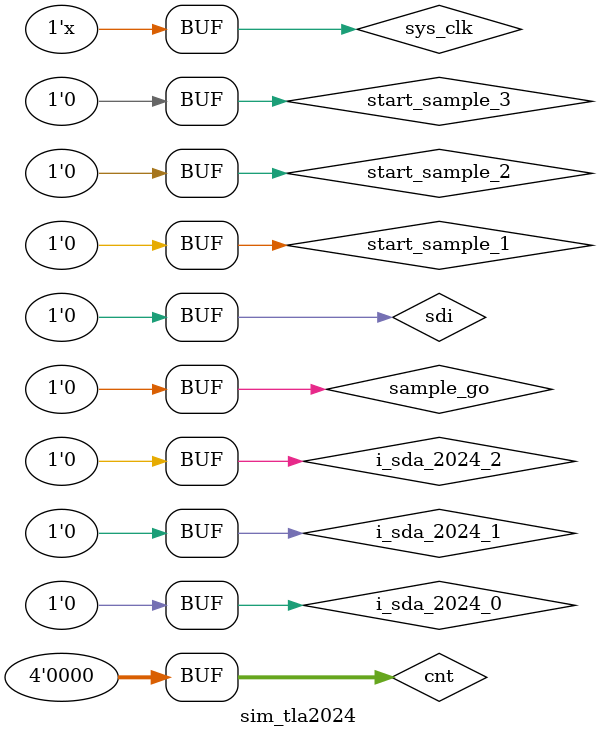
<source format=v>
`timescale 1ns / 1ps


module sim_tla2024(

    );

wire sdi;
assign sdi = 1'b0;
reg sample_go = 1'b0;
reg sys_clk = 1'b0;
always #5 sys_clk <= ~sys_clk;
initial begin
    #200 sample_go = 1'b1;
    #30 sample_go = 1'b0;

end


reg     [3:0]       cnt=4'd0;
reg                 start_sample_1 = 1'b0;
reg                 start_sample_2 = 1'b0;
reg                 start_sample_3 = 1'b0;

 TLA2024#
(
    .CLK_RFEQ  (8'd100),
    .CHIP_ADDR (7'b1001000),
    .CHANNEL   (4'b1111),
    .AIN0_cfg  (16'b1_100_010_1_111_00111),
    .AIN1_cfg  (16'b1_101_010_1_111_00111),
    .AIN2_cfg  (16'b1_110_010_1_111_00111),
    .AIN3_cfg  (16'b1_111_010_1_111_00111)
)
tla2024_0
(      
    .sys_clk        (sys_clk),
    .scl            (scl_0),
    .sdi            (i_sda_2024_0),
    .sdo            (o_sda_2024_0),
    .sda_ctrl       (cs_2024_0),

    .sample_go      (sample_go || data_valid_2),
    .AIN0           (read_ux),
    .AIN1           (read_u9pb),
    .AIN2           (read_u6yz),
    .AIN3           (power_tempreture1),
    .data_valid     (data_valid_0)
    );

  TLA2024#
(
    .CLK_RFEQ  (8'd100),
    .CHIP_ADDR (7'b1001001),
    .CHANNEL   (4'b1111),
    .AIN0_cfg  (16'b1_100_010_1_111_00111),
    .AIN1_cfg  (16'b1_101_010_1_111_00111),
    .AIN2_cfg  (16'b1_110_010_1_111_00111),
    .AIN3_cfg  (16'b1_111_010_1_111_00111)
)
tla2024_1
(      
    .sys_clk        (sys_clk),
    .scl            (scl_1),
    .sdi            (i_sda_2024_1),
    .sdo            (o_sda_2024_1),
    .sda_ctrl       (cs_2024_1),

    .sample_go      (data_valid_0),
    .AIN0           (read_u8com),
    .AIN1           (read_u5yc),
    .AIN2           (read_u2lh),
    .AIN3           (),
    .data_valid     (data_valid_1)
    );



  TLA2024#
(
    .CLK_RFEQ  (8'd100),
    .CHIP_ADDR (7'b1001011),
    .CHANNEL   (4'b1111),
    .AIN0_cfg  (16'b1_100_010_1_111_00111),
    .AIN1_cfg  (16'b1_101_010_1_111_00111),
    .AIN2_cfg  (16'b1_110_010_1_111_00111),
    .AIN3_cfg  (16'b1_111_010_1_111_00111)
)
tla2024_2
(      
    .sys_clk        (sys_clk),
    .scl            (scl_2),
    .sdi            (i_sda_2024_2),
    .sdo            (o_sda_2024_2),
    .sda_ctrl       (cs_2024_2),

    .sample_go      (data_valid_1),
    .AIN0           (read_filament_current),
    .AIN1           (read_inner_cage_current),
    .AIN2           (),
    .AIN3           (),
    .data_valid     (data_valid_2)
    );
 
 wire tla2024_sdo;
 wire tla2024_sdi;
 wire tla2024_cs;


 assign tla2024_sdi =  (o_sda_2024_0 & o_sda_2024_1 & o_sda_2024_2);
 assign tla2024_cs =   (cs_2024_0 | cs_2024_1 |cs_2024_2);
// assign i_sda_2024_0  = tla2024_sdo;
// assign i_sda_2024_1  = tla2024_sdo;
// assign i_sda_2024_2  = tla2024_sdo;
 assign i_sda_2024_0  = 0;
 assign i_sda_2024_1  = 0;
 assign i_sda_2024_2  = 0;
 assign tla2024_scl = scl_0 & scl_1 & scl_2;
 IOBUF #(
      .DRIVE(12), // Specify the output drive strength
      .IBUF_LOW_PWR("TRUE"),  // Low Power - "TRUE", High Performance = "FALSE" 
      .IOSTANDARD("DEFAULT"), // Specify the I/O standard
      .SLEW("SLOW") // Specify the output slew rate
  ) IOBUF_power_iic1 (
      .O(tla2024_sdo),     // Buffer output
      .IO(tla2024_sda),   // Buffer inout port (connect directly to top-level port)
      .I(tla2024_sdi),     // Buffer input
      .T(tla2024_cs)      // 3-state enable input, high=input, low=output
  ); 




//TLA2024#
//(
//    .CLK_RFEQ  (8'd50),
//    .CHIP_ADDR (7'b1001000),
//    .CHANNEL   (4'b1111),
//    .AIN0_cfg  (16'b1_100_010_1_111_00111),
//    .AIN1_cfg  (16'b1_101_010_1_111_00111),
//    .AIN2_cfg  (16'b1_110_010_1_111_00111),
//    .AIN3_cfg  (16'b1_111_010_1_111_00111)
//)
//TLA2024
//(      
//    .sys_clk        (sys_clk),
//    .scl            (scl),
//    .sdi            (sdi),
//    .sdo            (sdo),
//    .sda_ctrl       (sda_ctrl),

//    .sample_go      (sample_go),
//    .AIN0           (),
//    .AIN1           (),
//    .AIN2           (),
//    .AIN3           (),
//    .data_valid     ()
//    );
endmodule

</source>
